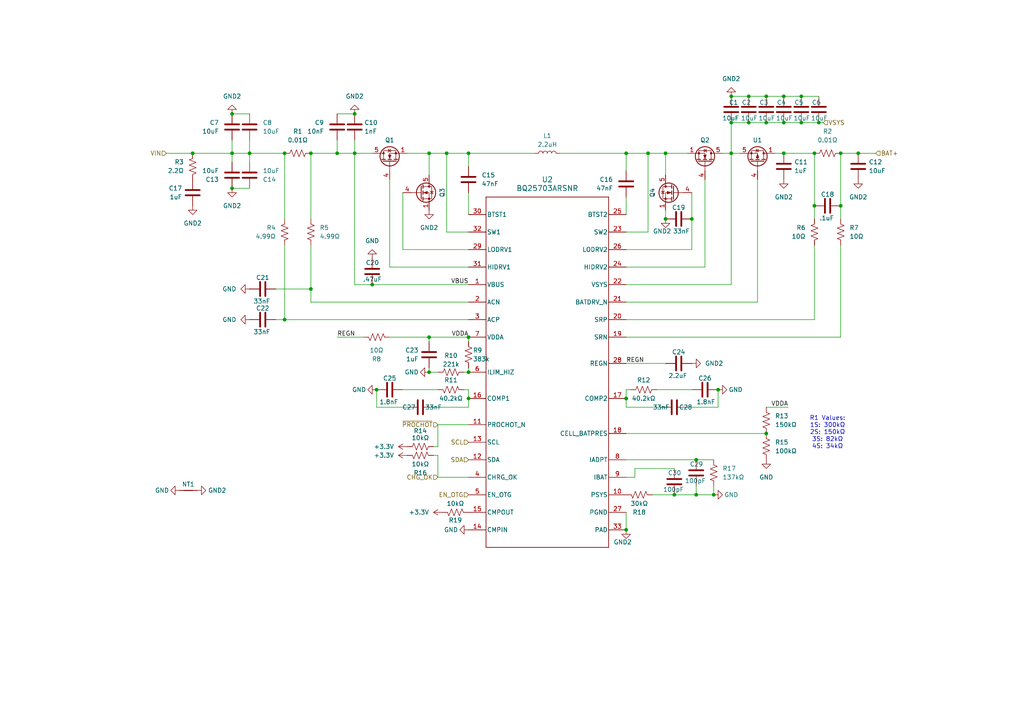
<source format=kicad_sch>
(kicad_sch (version 20231120) (generator "eeschema") (generator_version "8.0")
  (paper "A4")
  (lib_symbols
    (symbol "CM5IO:BQ25703ARSNR" (pin_names (offset 0.254))
      (property "Reference" "U" (at 0 2.54 0))
      (property "Value" "BQ25703ARSNR" (at 0 0 0))
      (symbol "BQ25703ARSNR_0_1"
        (polyline (pts (xy -17.78 -50.8) (xy 17.78 -50.8)) (stroke (width 0.2032)))
        (polyline (pts (xy -17.78 50.8) (xy -17.78 -50.8)) (stroke (width 0.2032)))
        (polyline (pts (xy 17.78 -50.8) (xy 17.78 50.8)) (stroke (width 0.2032)))
        (polyline (pts (xy 17.78 50.8) (xy -17.78 50.8)) (stroke (width 0.2032)))
        (pin power_in line (at -22.86 25.4 0) (length 5.08) (name "VBUS") (number "1"))
        (pin output line (at 22.86 -35.56 180) (length 5.08) (name "PSYS") (number "10"))
        (pin open_collector line (at -22.86 -15.24 0) (length 5.08) (name "PROCHOT_N") (number "11"))
        (pin bidirectional line (at -22.86 -25.4 0) (length 5.08) (name "SDA") (number "12"))
        (pin input line (at -22.86 -20.32 0) (length 5.08) (name "SCL") (number "13"))
        (pin input line (at -22.86 -45.72 0) (length 5.08) (name "CMPIN") (number "14"))
        (pin open_collector line (at -22.86 -40.64 0) (length 5.08) (name "CMPOUT") (number "15"))
        (pin input line (at -22.86 -7.62 0) (length 5.08) (name "COMP1") (number "16"))
        (pin input line (at 22.86 -7.62 180) (length 5.08) (name "COMP2") (number "17"))
        (pin input line (at 22.86 -17.78 180) (length 5.08) (name "CELL_BATPRES") (number "18"))
        (pin input line (at 22.86 10.16 180) (length 5.08) (name "SRN") (number "19"))
        (pin input line (at -22.86 20.32 0) (length 5.08) (name "ACN") (number "2"))
        (pin input line (at 22.86 15.24 180) (length 5.08) (name "SRP") (number "20"))
        (pin output line (at 22.86 20.32 180) (length 5.08) (name "BATDRV_N") (number "21"))
        (pin power_in line (at 22.86 25.4 180) (length 5.08) (name "VSYS") (number "22"))
        (pin power_in line (at 22.86 40.64 180) (length 5.08) (name "SW2") (number "23"))
        (pin output line (at 22.86 30.48 180) (length 5.08) (name "HIDRV2") (number "24"))
        (pin power_in line (at 22.86 45.72 180) (length 5.08) (name "BTST2") (number "25"))
        (pin output line (at 22.86 35.56 180) (length 5.08) (name "LODRV2") (number "26"))
        (pin power_in line (at 22.86 -40.64 180) (length 5.08) (name "PGND") (number "27"))
        (pin power_in line (at 22.86 2.54 180) (length 5.08) (name "REGN") (number "28"))
        (pin output line (at -22.86 35.56 0) (length 5.08) (name "LODRV1") (number "29"))
        (pin input line (at -22.86 15.24 0) (length 5.08) (name "ACP") (number "3"))
        (pin power_in line (at -22.86 45.72 0) (length 5.08) (name "BTST1") (number "30"))
        (pin output line (at -22.86 30.48 0) (length 5.08) (name "HIDRV1") (number "31"))
        (pin power_in line (at -22.86 40.64 0) (length 5.08) (name "SW1") (number "32"))
        (pin power_in line (at 22.86 -45.72 180) (length 5.08) (name "PAD") (number "33"))
        (pin open_collector line (at -22.86 -30.48 0) (length 5.08) (name "CHRG_OK") (number "4"))
        (pin input line (at -22.86 -35.56 0) (length 5.08) (name "EN_OTG") (number "5"))
        (pin input line (at -22.86 0 0) (length 5.08) (name "ILIM_HIZ") (number "6"))
        (pin power_in line (at -22.86 10.16 0) (length 5.08) (name "VDDA") (number "7"))
        (pin output line (at 22.86 -25.4 180) (length 5.08) (name "IADPT") (number "8"))
        (pin output line (at 22.86 -30.48 180) (length 5.08) (name "IBAT") (number "9"))
      )
    )
    (symbol "Device:C" (pin_numbers hide) (pin_names (offset 0.254))
      (property "Reference" "C" (at 0.635 2.54 0))
      (property "Value" "C" (at 0.635 -2.54 0))
      (symbol "C_0_1"
        (polyline (pts (xy -2.032 -0.762) (xy 2.032 -0.762)) (stroke (width 0.508)))
        (polyline (pts (xy -2.032 0.762) (xy 2.032 0.762)) (stroke (width 0.508)))
      )
      (symbol "C_1_1"
        (pin passive line (at 0 3.81 270) (length 2.794) (name "~") (number "1"))
        (pin passive line (at 0 -3.81 90) (length 2.794) (name "~") (number "2"))
      )
    )
    (symbol "Device:L" (pin_numbers hide) (pin_names (offset 1.016) hide)
      (property "Reference" "L" (at -1.27 0 90))
      (property "Value" "L" (at 1.905 0 90))
      (symbol "L_0_1"
        (arc (start 0 -2.54) (mid 0.6323 -1.905) (end 0 -1.27))
        (arc (start 0 -1.27) (mid 0.6323 -0.635) (end 0 0))
        (arc (start 0 0) (mid 0.6323 0.635) (end 0 1.27))
        (arc (start 0 1.27) (mid 0.6323 1.905) (end 0 2.54))
      )
      (symbol "L_1_1"
        (pin passive line (at 0 3.81 270) (length 1.27) (name "1") (number "1"))
        (pin passive line (at 0 -3.81 90) (length 1.27) (name "2") (number "2"))
      )
    )
    (symbol "Device:NetTie_2" (pin_numbers hide) (pin_names (offset 0) hide) (in_bom no)
      (property "Reference" "NT" (at 0 1.27 0))
      (property "Value" "NetTie_2" (at 0 -1.27 0))
      (symbol "NetTie_2_0_1"
        (polyline (pts (xy -1.27 0) (xy 1.27 0)) (stroke (width 0.254)))
      )
      (symbol "NetTie_2_1_1"
        (pin passive line (at -2.54 0 0) (length 2.54) (name "1") (number "1"))
        (pin passive line (at 2.54 0 180) (length 2.54) (name "2") (number "2"))
      )
    )
    (symbol "Device:R_US" (pin_numbers hide) (pin_names (offset 0))
      (property "Reference" "R" (at 2.54 0 90))
      (property "Value" "R_US" (at -2.54 0 90))
      (symbol "R_US_0_1"
        (polyline (pts (xy 0 -2.286) (xy 0 -2.54)))
        (polyline (pts (xy 0 2.286) (xy 0 2.54)))
        (polyline (pts (xy 0 -0.762) (xy 1.016 -1.143) (xy 0 -1.524) (xy -1.016 -1.905) (xy 0 -2.286)))
        (polyline (pts (xy 0 0.762) (xy 1.016 0.381) (xy 0 0) (xy -1.016 -0.381) (xy 0 -0.762)))
        (polyline (pts (xy 0 2.286) (xy 1.016 1.905) (xy 0 1.524) (xy -1.016 1.143) (xy 0 0.762)))
      )
      (symbol "R_US_1_1"
        (pin passive line (at 0 3.81 270) (length 1.27) (name "~") (number "1"))
        (pin passive line (at 0 -3.81 90) (length 1.27) (name "~") (number "2"))
      )
    )
    (symbol "Transistor_FET:CSD17577Q3A" (pin_names hide)
      (property "Reference" "Q" (at 5.08 1.905 0))
      (property "Value" "CSD17577Q3A" (at 5.08 0 0))
      (symbol "CSD17577Q3A_0_1"
        (polyline (pts (xy 0.254 0) (xy -2.54 0)))
        (polyline (pts (xy 0.254 1.905) (xy 0.254 -1.905)) (stroke (width 0.254)))
        (polyline (pts (xy 0.762 -1.27) (xy 0.762 -2.286)) (stroke (width 0.254)))
        (polyline (pts (xy 0.762 0.508) (xy 0.762 -0.508)) (stroke (width 0.254)))
        (polyline (pts (xy 0.762 2.286) (xy 0.762 1.27)) (stroke (width 0.254)))
        (polyline (pts (xy 2.54 2.54) (xy 2.54 1.778)))
        (polyline (pts (xy 2.54 -2.54) (xy 2.54 0) (xy 0.762 0)))
        (polyline (pts (xy 0.762 -1.778) (xy 3.302 -1.778) (xy 3.302 1.778) (xy 0.762 1.778)))
        (polyline (pts (xy 1.016 0) (xy 2.032 0.381) (xy 2.032 -0.381) (xy 1.016 0)) (fill (type outline)))
        (polyline (pts (xy 2.794 0.508) (xy 2.921 0.381) (xy 3.683 0.381) (xy 3.81 0.254)))
        (polyline (pts (xy 3.302 0.381) (xy 2.921 -0.254) (xy 3.683 -0.254) (xy 3.302 0.381)))
        (circle (center 1.651 0) (radius 2.794) (stroke (width 0.254)))
        (circle (center 2.54 -1.778) (radius 0.254) (fill (type outline)))
        (circle (center 2.54 1.778) (radius 0.254) (fill (type outline)))
      )
      (symbol "CSD17577Q3A_1_1"
        (pin passive line (at 2.54 -5.08 90) (length 2.54) (name "S") (number "1"))
        (pin passive line (at 2.54 -5.08 90) (length 2.54) hide (name "S") (number "2"))
        (pin passive line (at 2.54 -5.08 90) (length 2.54) hide (name "S") (number "3"))
        (pin passive line (at -5.08 0 0) (length 2.54) (name "G") (number "4"))
        (pin passive line (at 2.54 5.08 270) (length 2.54) (name "D") (number "5"))
      )
    )
    (symbol "Transistor_FET:CSD25402Q3A" (pin_names hide)
      (property "Reference" "U" (at 5.715 1.905 0))
      (property "Value" "CSD25402Q3A" (at 11.811 -0.127 0))
      (symbol "CSD25402Q3A_0_1"
        (polyline (pts (xy 0.254 0) (xy -2.54 0)))
        (polyline (pts (xy 0.254 1.905) (xy 0.254 -1.905)) (stroke (width 0.254)))
        (polyline (pts (xy 0.762 -1.27) (xy 0.762 -2.286)) (stroke (width 0.254)))
        (polyline (pts (xy 0.762 0.508) (xy 0.762 -0.508)) (stroke (width 0.254)))
        (polyline (pts (xy 0.762 2.286) (xy 0.762 1.27)) (stroke (width 0.254)))
        (polyline (pts (xy 2.54 2.54) (xy 2.54 1.778)))
        (polyline (pts (xy 2.54 -2.54) (xy 2.54 0) (xy 0.762 0)))
        (polyline (pts (xy 0.762 1.778) (xy 3.302 1.778) (xy 3.302 -1.778) (xy 0.762 -1.778)))
        (polyline (pts (xy 2.286 0) (xy 1.27 0.381) (xy 1.27 -0.381) (xy 2.286 0)) (fill (type outline)))
        (polyline (pts (xy 2.794 -0.508) (xy 2.921 -0.381) (xy 3.683 -0.381) (xy 3.81 -0.254)))
        (polyline (pts (xy 3.302 -0.381) (xy 2.921 0.254) (xy 3.683 0.254) (xy 3.302 -0.381)))
        (circle (center 1.651 0) (radius 2.794) (stroke (width 0.254)))
        (circle (center 2.54 -1.778) (radius 0.254) (fill (type outline)))
        (circle (center 2.54 1.778) (radius 0.254) (fill (type outline)))
      )
      (symbol "CSD25402Q3A_1_1"
        (pin passive line (at 2.54 5.08 270) (length 2.54) (name "D") (number "1"))
        (pin passive line (at 2.54 5.08 270) (length 2.54) hide (name "D") (number "2"))
        (pin passive line (at 2.54 5.08 270) (length 2.54) hide (name "D") (number "3"))
        (pin input line (at -5.08 0 0) (length 2.54) (name "G") (number "4"))
        (pin passive line (at 2.54 -5.08 90) (length 2.54) (name "S") (number "5"))
      )
    )
    (symbol "power:+3.3V" (power) (pin_numbers hide) (pin_names (offset 0) hide)
      (property "Value" "+3.3V" (at 0 3.556 0))
      (symbol "+3.3V_0_1"
        (polyline (pts (xy -0.762 1.27) (xy 0 2.54)))
        (polyline (pts (xy 0 0) (xy 0 2.54)))
        (polyline (pts (xy 0 2.54) (xy 0.762 1.27)))
      )
      (symbol "+3.3V_1_1"
        (pin power_in line (at 0 0 90) (length 0) (name "~") (number "1"))
      )
    )
    (symbol "power:GND" (power) (pin_numbers hide) (pin_names (offset 0) hide)
      (property "Value" "GND" (at 0 -3.81 0))
      (symbol "GND_0_1"
        (polyline (pts (xy 0 0) (xy 0 -1.27) (xy 1.27 -1.27) (xy 0 -2.54) (xy -1.27 -1.27) (xy 0 -1.27)))
      )
      (symbol "GND_1_1"
        (pin power_in line (at 0 0 270) (length 0) (name "~") (number "1"))
      )
    )
    (symbol "power:GND2" (power) (pin_numbers hide) (pin_names (offset 0) hide)
      (property "Value" "GND2" (at 0 -3.81 0))
      (symbol "GND2_0_1"
        (polyline (pts (xy 0 0) (xy 0 -1.27) (xy 1.27 -1.27) (xy 0 -2.54) (xy -1.27 -1.27) (xy 0 -1.27)))
      )
      (symbol "GND2_1_1"
        (pin power_in line (at 0 0 270) (length 0) (name "~") (number "1"))
      )
    )
  )
  (junction (at 201.93 133.35))
  (junction (at 187.96 44.45))
  (junction (at 102.87 44.45))
  (junction (at 222.25 125.73))
  (junction (at 222.25 35.56))
  (junction (at 82.55 92.71))
  (junction (at 217.17 35.56))
  (junction (at 124.46 107.95))
  (junction (at 67.31 44.45))
  (junction (at 102.87 33.02))
  (junction (at 55.88 44.45))
  (junction (at 193.04 63.5))
  (junction (at 212.09 35.56))
  (junction (at 207.01 143.51))
  (junction (at 90.17 83.82))
  (junction (at 217.17 27.94))
  (junction (at 236.22 59.69))
  (junction (at 212.09 27.94))
  (junction (at 193.04 44.45))
  (junction (at 135.89 44.45))
  (junction (at 227.33 44.45))
  (junction (at 243.84 44.45))
  (junction (at 181.61 44.45))
  (junction (at 181.61 153.67))
  (junction (at 129.54 44.45))
  (junction (at 135.89 115.57))
  (junction (at 208.28 113.03))
  (junction (at 212.09 44.45))
  (junction (at 236.22 44.45))
  (junction (at 201.93 143.51))
  (junction (at 200.66 63.5))
  (junction (at 237.49 35.56))
  (junction (at 232.41 27.94))
  (junction (at 232.41 35.56))
  (junction (at 109.22 113.03))
  (junction (at 227.33 35.56))
  (junction (at 243.84 59.69))
  (junction (at 97.79 44.45))
  (junction (at 195.58 143.51))
  (junction (at 67.31 33.02))
  (junction (at 107.95 82.55))
  (junction (at 135.89 97.79))
  (junction (at 67.31 54.61))
  (junction (at 72.39 44.45))
  (junction (at 181.61 115.57))
  (junction (at 135.89 107.95))
  (junction (at 248.92 44.45))
  (junction (at 222.25 27.94))
  (junction (at 124.46 44.45))
  (junction (at 82.55 44.45))
  (junction (at 90.17 44.45))
  (junction (at 227.33 27.94))
  (junction (at 124.46 97.79))
  (wire (pts (xy 67.31 33.02) (xy 72.39 33.02)))
  (wire (pts (xy 181.61 67.31) (xy 187.96 67.31)))
  (wire (pts (xy 200.66 113.03) (xy 190.5 113.03)))
  (wire (pts (xy 90.17 87.63) (xy 90.17 83.82)))
  (wire (pts (xy 102.87 40.64) (xy 102.87 44.45)))
  (wire (pts (xy 232.41 27.94) (xy 237.49 27.94)))
  (wire (pts (xy 184.15 135.89) (xy 195.58 135.89)))
  (wire (pts (xy 184.15 138.43) (xy 184.15 135.89)))
  (wire (pts (xy 90.17 44.45) (xy 97.79 44.45)))
  (wire (pts (xy 135.89 48.26) (xy 135.89 44.45)))
  (wire (pts (xy 127 132.08) (xy 127 138.43)))
  (wire (pts (xy 124.46 44.45) (xy 129.54 44.45)))
  (wire (pts (xy 181.61 148.59) (xy 181.61 153.67)))
  (wire (pts (xy 207.01 143.51) (xy 201.93 143.51)))
  (wire (pts (xy 135.89 67.31) (xy 129.54 67.31)))
  (wire (pts (xy 201.93 133.35) (xy 207.01 133.35)))
  (wire (pts (xy 195.58 143.51) (xy 201.93 143.51)))
  (wire (pts (xy 82.55 71.12) (xy 82.55 92.71)))
  (wire (pts (xy 97.79 40.64) (xy 97.79 44.45)))
  (wire (pts (xy 243.84 44.45) (xy 243.84 59.69)))
  (wire (pts (xy 72.39 46.99) (xy 72.39 44.45)))
  (wire (pts (xy 243.84 97.79) (xy 181.61 97.79)))
  (wire (pts (xy 212.09 82.55) (xy 212.09 44.45)))
  (wire (pts (xy 222.25 35.56) (xy 227.33 35.56)))
  (wire (pts (xy 67.31 44.45) (xy 72.39 44.45)))
  (wire (pts (xy 135.89 55.88) (xy 135.89 62.23)))
  (wire (pts (xy 189.23 143.51) (xy 195.58 143.51)))
  (wire (pts (xy 107.95 82.55) (xy 102.87 82.55)))
  (wire (pts (xy 204.47 77.47) (xy 181.61 77.47)))
  (wire (pts (xy 134.62 113.03) (xy 135.89 113.03)))
  (wire (pts (xy 200.66 55.88) (xy 200.66 63.5)))
  (wire (pts (xy 236.22 44.45) (xy 236.22 59.69)))
  (wire (pts (xy 135.89 113.03) (xy 135.89 115.57)))
  (wire (pts (xy 127 138.43) (xy 135.89 138.43)))
  (wire (pts (xy 193.04 44.45) (xy 193.04 50.8)))
  (wire (pts (xy 212.09 35.56) (xy 212.09 44.45)))
  (wire (pts (xy 125.73 129.54) (xy 127 129.54)))
  (wire (pts (xy 109.22 118.11) (xy 109.22 113.03)))
  (wire (pts (xy 193.04 44.45) (xy 187.96 44.45)))
  (wire (pts (xy 124.46 107.95) (xy 127 107.95)))
  (wire (pts (xy 236.22 59.69) (xy 236.22 63.5)))
  (wire (pts (xy 181.61 113.03) (xy 181.61 115.57)))
  (wire (pts (xy 116.84 72.39) (xy 135.89 72.39)))
  (wire (pts (xy 67.31 44.45) (xy 67.31 40.64)))
  (wire (pts (xy 181.61 82.55) (xy 212.09 82.55)))
  (wire (pts (xy 208.28 118.11) (xy 208.28 113.03)))
  (wire (pts (xy 243.84 59.69) (xy 243.84 63.5)))
  (wire (pts (xy 181.61 125.73) (xy 222.25 125.73)))
  (wire (pts (xy 181.61 44.45) (xy 162.56 44.45)))
  (wire (pts (xy 181.61 105.41) (xy 193.04 105.41)))
  (wire (pts (xy 181.61 133.35) (xy 201.93 133.35)))
  (wire (pts (xy 222.25 27.94) (xy 227.33 27.94)))
  (wire (pts (xy 127 129.54) (xy 127 123.19)))
  (wire (pts (xy 199.39 44.45) (xy 193.04 44.45)))
  (wire (pts (xy 236.22 44.45) (xy 227.33 44.45)))
  (wire (pts (xy 72.39 40.64) (xy 72.39 44.45)))
  (wire (pts (xy 97.79 33.02) (xy 102.87 33.02)))
  (wire (pts (xy 97.79 44.45) (xy 102.87 44.45)))
  (wire (pts (xy 181.61 44.45) (xy 187.96 44.45)))
  (wire (pts (xy 191.77 118.11) (xy 181.61 118.11)))
  (wire (pts (xy 116.84 113.03) (xy 127 113.03)))
  (wire (pts (xy 200.66 63.5) (xy 200.66 72.39)))
  (wire (pts (xy 135.89 107.95) (xy 135.89 106.68)))
  (wire (pts (xy 212.09 27.94) (xy 217.17 27.94)))
  (wire (pts (xy 129.54 44.45) (xy 129.54 67.31)))
  (wire (pts (xy 135.89 115.57) (xy 135.89 118.11)))
  (wire (pts (xy 182.88 113.03) (xy 181.61 113.03)))
  (wire (pts (xy 134.62 107.95) (xy 135.89 107.95)))
  (wire (pts (xy 107.95 82.55) (xy 135.89 82.55)))
  (wire (pts (xy 82.55 92.71) (xy 135.89 92.71)))
  (wire (pts (xy 129.54 44.45) (xy 135.89 44.45)))
  (wire (pts (xy 217.17 35.56) (xy 222.25 35.56)))
  (wire (pts (xy 80.01 92.71) (xy 82.55 92.71)))
  (wire (pts (xy 124.46 97.79) (xy 135.89 97.79)))
  (wire (pts (xy 228.6 118.11) (xy 222.25 118.11)))
  (wire (pts (xy 124.46 99.06) (xy 124.46 97.79)))
  (wire (pts (xy 125.73 132.08) (xy 127 132.08)))
  (wire (pts (xy 212.09 44.45) (xy 209.55 44.45)))
  (wire (pts (xy 227.33 27.94) (xy 232.41 27.94)))
  (wire (pts (xy 238.76 35.56) (xy 237.49 35.56)))
  (wire (pts (xy 90.17 44.45) (xy 90.17 63.5)))
  (wire (pts (xy 113.03 77.47) (xy 135.89 77.47)))
  (wire (pts (xy 248.92 44.45) (xy 254 44.45)))
  (wire (pts (xy 217.17 27.94) (xy 222.25 27.94)))
  (wire (pts (xy 181.61 57.15) (xy 181.61 62.23)))
  (wire (pts (xy 181.61 87.63) (xy 219.71 87.63)))
  (wire (pts (xy 207.01 140.97) (xy 207.01 143.51)))
  (wire (pts (xy 204.47 52.07) (xy 204.47 77.47)))
  (wire (pts (xy 199.39 118.11) (xy 208.28 118.11)))
  (wire (pts (xy 127 123.19) (xy 135.89 123.19)))
  (wire (pts (xy 243.84 71.12) (xy 243.84 97.79)))
  (wire (pts (xy 124.46 44.45) (xy 124.46 50.8)))
  (wire (pts (xy 187.96 44.45) (xy 187.96 67.31)))
  (wire (pts (xy 227.33 35.56) (xy 232.41 35.56)))
  (wire (pts (xy 113.03 52.07) (xy 113.03 77.47)))
  (wire (pts (xy 97.79 97.79) (xy 105.41 97.79)))
  (wire (pts (xy 113.03 97.79) (xy 124.46 97.79)))
  (wire (pts (xy 124.46 106.68) (xy 124.46 107.95)))
  (wire (pts (xy 67.31 44.45) (xy 67.31 46.99)))
  (wire (pts (xy 135.89 97.79) (xy 135.89 99.06)))
  (wire (pts (xy 102.87 44.45) (xy 107.95 44.45)))
  (wire (pts (xy 181.61 49.53) (xy 181.61 44.45)))
  (wire (pts (xy 200.66 72.39) (xy 181.61 72.39)))
  (wire (pts (xy 90.17 87.63) (xy 135.89 87.63)))
  (wire (pts (xy 219.71 87.63) (xy 219.71 52.07)))
  (wire (pts (xy 181.61 92.71) (xy 236.22 92.71)))
  (wire (pts (xy 224.79 44.45) (xy 227.33 44.45)))
  (wire (pts (xy 243.84 44.45) (xy 248.92 44.45)))
  (wire (pts (xy 236.22 71.12) (xy 236.22 92.71)))
  (wire (pts (xy 125.73 118.11) (xy 135.89 118.11)))
  (wire (pts (xy 72.39 44.45) (xy 82.55 44.45)))
  (wire (pts (xy 80.01 83.82) (xy 90.17 83.82)))
  (wire (pts (xy 135.89 44.45) (xy 154.94 44.45)))
  (wire (pts (xy 118.11 44.45) (xy 124.46 44.45)))
  (wire (pts (xy 67.31 54.61) (xy 72.39 54.61)))
  (wire (pts (xy 118.11 118.11) (xy 109.22 118.11)))
  (wire (pts (xy 181.61 115.57) (xy 181.61 118.11)))
  (wire (pts (xy 214.63 44.45) (xy 212.09 44.45)))
  (wire (pts (xy 90.17 83.82) (xy 90.17 71.12)))
  (wire (pts (xy 116.84 55.88) (xy 116.84 72.39)))
  (wire (pts (xy 55.88 44.45) (xy 67.31 44.45)))
  (wire (pts (xy 201.93 143.51) (xy 201.93 140.97)))
  (wire (pts (xy 193.04 63.5) (xy 193.04 60.96)))
  (wire (pts (xy 48.26 44.45) (xy 55.88 44.45)))
  (wire (pts (xy 82.55 44.45) (xy 82.55 63.5)))
  (wire (pts (xy 212.09 35.56) (xy 217.17 35.56)))
  (wire (pts (xy 232.41 35.56) (xy 237.49 35.56)))
  (wire (pts (xy 181.61 138.43) (xy 184.15 138.43)))
  (wire (pts (xy 102.87 82.55) (xy 102.87 44.45)))
  (text "R1 Values:\n1S: 300kΩ\n2S: 150kΩ\n3S: 82kΩ\n4S: 34kΩ" (at 240.03 125.476 0) (effects (font (size 1.27 1.27))))
  (label "VBUS" (at 135.89 82.55 180))
  (label "VDDA" (at 135.89 97.79 180))
  (label "VDDA" (at 228.6 118.11 180))
  (label "REGN" (at 97.79 97.79 0))
  (label "REGN" (at 181.61 105.41 0))
  (hierarchical_label "VSYS" (shape input) (at 238.76 35.56 0))
  (hierarchical_label "~{PROCHOT}" (shape input) (at 127 123.19 180))
  (hierarchical_label "BAT+" (shape input) (at 254 44.45 0))
  (hierarchical_label "SDA" (shape input) (at 135.89 133.35 180))
  (hierarchical_label "VIN" (shape input) (at 48.26 44.45 180))
  (hierarchical_label "CHG_OK" (shape input) (at 127 138.43 180))
  (hierarchical_label "EN_OTG" (shape input) (at 135.89 143.51 180))
  (hierarchical_label "SCL" (shape input) (at 135.89 128.27 180))
  (symbol (lib_id "Device:C") (at 196.85 63.5 90) (unit 1)
    (property "Reference" "C19" (at 196.85 60.198 90))
    (property "Value" "33nF" (at 197.612 67.056 90))
    (property "Footprint" "Capacitor_SMD:C_0402_1005Metric_Pad0.74x0.62mm_HandSolder" (effects (hide yes)))
    (property "Description" "Unpolarized capacitor" (effects (hide yes)))
    (instances (project "" (path "" (reference "C19") (unit 1))) (project "PiPortable" (path "" (reference "C52") (unit 1))))
  )
  (symbol (lib_id "Device:R_US") (at 185.42 143.51 90) (mirror x) (unit 1)
    (property "Reference" "R18" (at 185.42 148.59 90))
    (property "Value" "30kΩ" (at 185.42 146.05 90))
    (property "Footprint" "Resistor_SMD:R_0402_1005Metric_Pad0.72x0.64mm_HandSolder" (effects (hide yes)))
    (property "Description" "Resistor, US symbol" (effects (hide yes)))
    (instances (project "" (path "" (reference "R18") (unit 1))) (project "PiPortable" (path "" (reference "R59") (unit 1))))
  )
  (symbol (lib_id "power:GND2") (at 102.87 33.02 180) (unit 1)
    (property "Reference" "#PWR010" (effects (hide yes)))
    (property "Value" "GND2" (at 102.87 27.94 0))
    (property "Description" "Power symbol creates a global label with name \"GND2\" , ground" (effects (hide yes)))
    (instances (project "" (path "" (reference "#PWR010") (unit 1))) (project "PiPortable" (path "" (reference "#PWR0115") (unit 1))))
  )
  (symbol (lib_id "Device:C") (at 102.87 36.83 0) (unit 1)
    (property "Reference" "C10" (at 105.664 35.56 0) (effects (justify left)))
    (property "Value" "1nF" (at 105.664 38.1 0) (effects (justify left)))
    (property "Footprint" "Capacitor_SMD:C_0402_1005Metric_Pad0.74x0.62mm_HandSolder" (effects (hide yes)))
    (property "Description" "Unpolarized capacitor" (effects (hide yes)))
    (instances (project "" (path "" (reference "C10") (unit 1))) (project "PiPortable" (path "" (reference "C43") (unit 1))))
  )
  (symbol (lib_id "Device:R_US") (at 222.25 129.54 0) (unit 1)
    (property "Reference" "R15" (at 224.79 128.2699 0) (effects (justify left)))
    (property "Value" "100kΩ" (at 224.79 130.8099 0) (effects (justify left)))
    (property "Footprint" "Resistor_SMD:R_0402_1005Metric_Pad0.72x0.64mm_HandSolder" (effects (hide yes)))
    (property "Description" "Resistor, US symbol" (effects (hide yes)))
    (instances (project "" (path "" (reference "R15") (unit 1))) (project "PiPortable" (path "" (reference "R56") (unit 1))))
  )
  (symbol (lib_id "Device:R_US") (at 186.69 113.03 270) (unit 1)
    (property "Reference" "R12" (at 186.69 110.236 90))
    (property "Value" "40.2kΩ" (at 186.69 115.57 90))
    (property "Footprint" "Resistor_SMD:R_0402_1005Metric_Pad0.72x0.64mm_HandSolder" (effects (hide yes)))
    (property "Description" "Resistor, US symbol" (effects (hide yes)))
    (instances (project "" (path "" (reference "R12") (unit 1))) (project "PiPortable" (path "" (reference "R53") (unit 1))))
  )
  (symbol (lib_id "Device:NetTie_2") (at 54.61 142.24 0) (unit 1) (in_bom no)
    (property "Reference" "NT1" (at 54.61 140.462 0))
    (property "Value" "NetTie_2" (effects (hide yes)))
    (property "Footprint" "NetTie:NetTie-2_SMD_Pad2.0mm" (effects (hide yes)))
    (property "Description" "Net tie, 2 pins" (effects (hide yes)))
    (instances (project "" (path "" (reference "NT1") (unit 1))) (project "PiPortable" (path "" (reference "NT2") (unit 1))))
  )
  (symbol (lib_id "Device:C") (at 232.41 31.75 0) (unit 1)
    (property "Reference" "C5" (at 230.378 29.718 0) (effects (justify left)))
    (property "Value" "10uF" (at 230.124 34.29 0) (effects (justify left)))
    (property "Footprint" "Capacitor_SMD:C_0402_1005Metric_Pad0.74x0.62mm_HandSolder" (effects (hide yes)))
    (property "Description" "Unpolarized capacitor" (effects (hide yes)))
    (instances (project "" (path "" (reference "C5") (unit 1))) (project "PiPortable" (path "" (reference "C38") (unit 1))))
  )
  (symbol (lib_id "power:GND") (at 208.28 113.03 90) (mirror x) (unit 1)
    (property "Reference" "#PWR023" (effects (hide yes)))
    (property "Value" "GND" (at 213.36 113.03 90))
    (property "Description" "Power symbol creates a global label with name \"GND\" , ground" (effects (hide yes)))
    (instances (project "" (path "" (reference "#PWR023") (unit 1))) (project "PiPortable" (path "" (reference "#PWR0128") (unit 1))))
  )
  (symbol (lib_id "Device:R_US") (at 109.22 97.79 90) (mirror x) (unit 1)
    (property "Reference" "R8" (at 109.22 104.14 90))
    (property "Value" "10Ω" (at 109.22 101.6 90))
    (property "Footprint" "Resistor_SMD:R_0402_1005Metric_Pad0.72x0.64mm_HandSolder" (effects (hide yes)))
    (property "Description" "Resistor, US symbol" (effects (hide yes)))
    (instances (project "" (path "" (reference "R8") (unit 1))) (project "PiPortable" (path "" (reference "R49") (unit 1))))
  )
  (symbol (lib_id "Device:R_US") (at 121.92 132.08 90) (mirror x) (unit 1)
    (property "Reference" "R16" (at 121.92 137.16 90))
    (property "Value" "10kΩ" (at 121.92 134.62 90))
    (property "Footprint" "Resistor_SMD:R_0402_1005Metric_Pad0.72x0.64mm_HandSolder" (effects (hide yes)))
    (property "Description" "Resistor, US symbol" (effects (hide yes)))
    (instances (project "" (path "" (reference "R16") (unit 1))) (project "PiPortable" (path "" (reference "R57") (unit 1))))
  )
  (symbol (lib_id "Device:R_US") (at 135.89 102.87 0) (unit 1)
    (property "Reference" "R9" (at 137.16 101.6 0) (effects (justify left)))
    (property "Value" "383k" (at 137.16 104.14 0) (effects (justify left)))
    (property "Footprint" "Resistor_SMD:R_0402_1005Metric_Pad0.72x0.64mm_HandSolder" (effects (hide yes)))
    (property "Description" "Resistor, US symbol" (effects (hide yes)))
    (instances (project "" (path "" (reference "R9") (unit 1))) (project "PiPortable" (path "" (reference "R50") (unit 1))))
  )
  (symbol (lib_id "Device:C") (at 67.31 36.83 0) (mirror y) (unit 1)
    (property "Reference" "C7" (at 63.5 35.5599 0) (effects (justify left)))
    (property "Value" "10uF" (at 63.5 38.0999 0) (effects (justify left)))
    (property "Footprint" "Capacitor_SMD:C_0603_1608Metric_Pad1.08x0.95mm_HandSolder" (effects (hide yes)))
    (property "Description" "Unpolarized capacitor" (effects (hide yes)))
    (instances (project "" (path "" (reference "C7") (unit 1))) (project "PiPortable" (path "" (reference "C40") (unit 1))))
  )
  (symbol (lib_id "Device:C") (at 196.85 105.41 90) (unit 1)
    (property "Reference" "C24" (at 196.85 102.108 90))
    (property "Value" "2.2uF" (at 196.596 108.966 90))
    (property "Footprint" "Capacitor_SMD:C_0603_1608Metric_Pad1.08x0.95mm_HandSolder" (effects (hide yes)))
    (property "Description" "Unpolarized capacitor" (effects (hide yes)))
    (instances (project "" (path "" (reference "C24") (unit 1))) (project "PiPortable" (path "" (reference "C57") (unit 1))))
  )
  (symbol (lib_id "power:GND2") (at 67.31 54.61 0) (mirror y) (unit 1)
    (property "Reference" "#PWR013" (effects (hide yes)))
    (property "Value" "GND2" (at 67.31 59.69 0))
    (property "Description" "Power symbol creates a global label with name \"GND2\" , ground" (effects (hide yes)))
    (instances (project "" (path "" (reference "#PWR013") (unit 1))) (project "PiPortable" (path "" (reference "#PWR0118") (unit 1))))
  )
  (symbol (lib_id "power:GND") (at 72.39 92.71 270) (unit 1)
    (property "Reference" "#PWR019" (effects (hide yes)))
    (property "Value" "GND" (at 68.58 92.7099 90) (effects (justify right)))
    (property "Description" "Power symbol creates a global label with name \"GND\" , ground" (effects (hide yes)))
    (instances (project "" (path "" (reference "#PWR019") (unit 1))) (project "PiPortable" (path "" (reference "#PWR0124") (unit 1))))
  )
  (symbol (lib_id "Transistor_FET:CSD17577Q3A") (at 195.58 55.88 0) (mirror y) (unit 1)
    (property "Reference" "Q4" (at 189.23 55.88 90))
    (property "Value" "CSD17577Q3A" (effects (hide yes)))
    (property "Footprint" "Package_SON:VSON-8_3.3x3.3mm_P0.65mm_NexFET" (effects (hide yes)))
    (property "Datasheet" "https://www.ti.com/lit/ds/symlink/csd17577q3a.pdf" (effects (hide yes)))
    (property "Description" "35A Id, 30V Vds, NexFET N-Channel Power MOSFET, 4.0mOhm Ron, Qg Typ 12nC, VSON-8 3.3x3.3mm" (effects (hide yes)))
    (instances (project "" (path "" (reference "Q4") (unit 1))) (project "PiPortable" (path "" (reference "Q8") (unit 1))))
  )
  (symbol (lib_id "power:GND") (at 52.07 142.24 270) (unit 1)
    (property "Reference" "#PWR027" (effects (hide yes)))
    (property "Value" "GND" (at 46.99 142.24 90))
    (property "Description" "Power symbol creates a global label with name \"GND\" , ground" (effects (hide yes)))
    (instances (project "" (path "" (reference "#PWR027") (unit 1))) (project "PiPortable" (path "" (reference "#PWR0132") (unit 1))))
  )
  (symbol (lib_id "power:GND") (at 107.95 74.93 180) (unit 1)
    (property "Reference" "#PWR017" (effects (hide yes)))
    (property "Value" "GND" (at 107.95 69.85 0))
    (property "Description" "Power symbol creates a global label with name \"GND\" , ground" (effects (hide yes)))
    (instances (project "" (path "" (reference "#PWR017") (unit 1))) (project "PiPortable" (path "" (reference "#PWR0122") (unit 1))))
  )
  (symbol (lib_id "Device:C") (at 204.47 113.03 270) (mirror x) (unit 1)
    (property "Reference" "C26" (at 204.47 109.728 90))
    (property "Value" "1.8nF" (at 204.724 116.586 90))
    (property "Footprint" "Capacitor_SMD:C_0402_1005Metric_Pad0.74x0.62mm_HandSolder" (effects (hide yes)))
    (property "Description" "Unpolarized capacitor" (effects (hide yes)))
    (instances (project "" (path "" (reference "C26") (unit 1))) (project "PiPortable" (path "" (reference "C59") (unit 1))))
  )
  (symbol (lib_id "power:GND2") (at 124.46 60.96 0) (unit 1)
    (property "Reference" "#PWR015" (effects (hide yes)))
    (property "Value" "GND2" (at 124.46 66.04 0))
    (property "Description" "Power symbol creates a global label with name \"GND2\" , ground" (effects (hide yes)))
    (instances (project "" (path "" (reference "#PWR015") (unit 1))) (project "PiPortable" (path "" (reference "#PWR0120") (unit 1))))
  )
  (symbol (lib_id "Device:C") (at 195.58 139.7 0) (mirror y) (unit 1)
    (property "Reference" "C30" (at 197.612 137.16 0) (effects (justify left)))
    (property "Value" "100pF" (at 198.374 141.986 0) (effects (justify left)))
    (property "Footprint" "Capacitor_SMD:C_0402_1005Metric_Pad0.74x0.62mm_HandSolder" (effects (hide yes)))
    (property "Description" "Unpolarized capacitor" (effects (hide yes)))
    (instances (project "" (path "" (reference "C30") (unit 1))) (project "PiPortable" (path "" (reference "C63") (unit 1))))
  )
  (symbol (lib_id "Device:C") (at 181.61 53.34 0) (mirror y) (unit 1)
    (property "Reference" "C16" (at 177.8 52.0699 0) (effects (justify left)))
    (property "Value" "47nF" (at 177.8 54.6099 0) (effects (justify left)))
    (property "Footprint" "Capacitor_SMD:C_0402_1005Metric_Pad0.74x0.62mm_HandSolder" (effects (hide yes)))
    (property "Description" "Unpolarized capacitor" (effects (hide yes)))
    (instances (project "" (path "" (reference "C16") (unit 1))) (project "PiPortable" (path "" (reference "C49") (unit 1))))
  )
  (symbol (lib_id "CM5IO:BQ25703ARSNR") (at 158.75 107.95 0) (unit 1)
    (property "Reference" "U2" (at 158.75 52.07 0) (effects (font (size 1.524 1.524))))
    (property "Value" "BQ25703ARSNR" (at 158.75 54.61 0) (effects (font (size 1.524 1.524))))
    (property "Footprint" "CM5IO:RSN0032B" (effects (hide yes)))
    (property "Datasheet" "BQ25703ARSNR" (effects (hide yes)))
    (instances (project "" (path "" (reference "U2") (unit 1))) (project "" (path "" (reference "U18") (unit 1))))
  )
  (symbol (lib_id "Device:C") (at 217.17 31.75 0) (unit 1)
    (property "Reference" "C2" (at 215.138 29.718 0) (effects (justify left)))
    (property "Value" "10uF" (at 214.884 34.29 0) (effects (justify left)))
    (property "Footprint" "Capacitor_SMD:C_0603_1608Metric_Pad1.08x0.95mm_HandSolder" (effects (hide yes)))
    (property "Description" "Unpolarized capacitor" (effects (hide yes)))
    (instances (project "" (path "" (reference "C2") (unit 1))) (project "PiPortable" (path "" (reference "C35") (unit 1))))
  )
  (symbol (lib_id "Device:C") (at 97.79 36.83 0) (mirror y) (unit 1)
    (property "Reference" "C9" (at 93.98 35.5599 0) (effects (justify left)))
    (property "Value" "10nF" (at 93.98 38.0999 0) (effects (justify left)))
    (property "Footprint" "Capacitor_SMD:C_0402_1005Metric_Pad0.74x0.62mm_HandSolder" (effects (hide yes)))
    (property "Description" "Unpolarized capacitor" (effects (hide yes)))
    (instances (project "" (path "" (reference "C9") (unit 1))) (project "PiPortable" (path "" (reference "C42") (unit 1))))
  )
  (symbol (lib_id "power:GND2") (at 212.09 27.94 180) (unit 1)
    (property "Reference" "#PWR08" (effects (hide yes)))
    (property "Value" "GND2" (at 212.09 22.86 0))
    (property "Description" "Power symbol creates a global label with name \"GND2\" , ground" (effects (hide yes)))
    (instances (project "" (path "" (reference "#PWR08") (unit 1))) (project "PiPortable" (path "" (reference "#PWR0113") (unit 1))))
  )
  (symbol (lib_id "Device:R_US") (at 240.03 44.45 90) (unit 1)
    (property "Reference" "R2" (at 240.03 38.1 90))
    (property "Value" "0.01Ω" (at 240.03 40.64 90))
    (property "Footprint" "Resistor_SMD:R_0805_2012Metric_Pad1.20x1.40mm_HandSolder" (effects (hide yes)))
    (property "Description" "Resistor, US symbol" (effects (hide yes)))
    (instances (project "" (path "" (reference "R2") (unit 1))) (project "PiPortable" (path "" (reference "R43") (unit 1))))
  )
  (symbol (lib_id "Device:R_US") (at 86.36 44.45 90) (unit 1)
    (property "Reference" "R1" (at 86.36 38.1 90))
    (property "Value" "0.01Ω" (at 86.36 40.64 90))
    (property "Footprint" "Resistor_SMD:R_0805_2012Metric_Pad1.20x1.40mm_HandSolder" (effects (hide yes)))
    (property "Description" "Resistor, US symbol" (effects (hide yes)))
    (instances (project "" (path "" (reference "R1") (unit 1))) (project "" (path "" (reference "R42") (unit 1))))
  )
  (symbol (lib_id "Device:R_US") (at 243.84 67.31 0) (unit 1)
    (property "Reference" "R7" (at 246.38 66.0399 0) (effects (justify left)))
    (property "Value" "10Ω" (at 246.38 68.5799 0) (effects (justify left)))
    (property "Footprint" "Resistor_SMD:R_0402_1005Metric_Pad0.72x0.64mm_HandSolder" (effects (hide yes)))
    (property "Description" "Resistor, US symbol" (effects (hide yes)))
    (instances (project "" (path "" (reference "R7") (unit 1))) (project "PiPortable" (path "" (reference "R48") (unit 1))))
  )
  (symbol (lib_id "Device:C") (at 72.39 36.83 0) (unit 1)
    (property "Reference" "C8" (at 76.2 35.5599 0) (effects (justify left)))
    (property "Value" "10uF" (at 76.2 38.0999 0) (effects (justify left)))
    (property "Footprint" "Capacitor_SMD:C_0603_1608Metric_Pad1.08x0.95mm_HandSolder" (effects (hide yes)))
    (property "Description" "Unpolarized capacitor" (effects (hide yes)))
    (instances (project "" (path "" (reference "C8") (unit 1))) (project "PiPortable" (path "" (reference "C41") (unit 1))))
  )
  (symbol (lib_id "Device:C") (at 76.2 92.71 90) (unit 1)
    (property "Reference" "C22" (at 76.2 89.408 90))
    (property "Value" "33nF" (at 75.946 96.266 90))
    (property "Footprint" "Capacitor_SMD:C_0402_1005Metric_Pad0.74x0.62mm_HandSolder" (effects (hide yes)))
    (property "Description" "Unpolarized capacitor" (effects (hide yes)))
    (instances (project "" (path "" (reference "C22") (unit 1))) (project "" (path "" (reference "C55") (unit 1))))
  )
  (symbol (lib_id "Device:R_US") (at 222.25 121.92 0) (unit 1)
    (property "Reference" "R13" (at 224.79 120.6499 0) (effects (justify left)))
    (property "Value" "150kΩ" (at 224.79 123.1899 0) (effects (justify left)))
    (property "Footprint" "Resistor_SMD:R_0402_1005Metric_Pad0.72x0.64mm_HandSolder" (effects (hide yes)))
    (property "Description" "Resistor, US symbol" (effects (hide yes)))
    (instances (project "" (path "" (reference "R13") (unit 1))) (project "PiPortable" (path "" (reference "R54") (unit 1))))
  )
  (symbol (lib_id "Device:L") (at 158.75 44.45 90) (unit 1)
    (property "Reference" "L1" (at 158.75 39.37 90))
    (property "Value" "2.2uH" (at 158.75 41.91 90))
    (property "Footprint" "Inductor_SMD:L_Coilcraft_XAL7030-222" (effects (hide yes)))
    (property "Description" "Inductor" (effects (hide yes)))
    (instances (project "" (path "" (reference "L1") (unit 1))) (project "PiPortable" (path "" (reference "L3") (unit 1))))
  )
  (symbol (lib_id "Device:C") (at 248.92 48.26 0) (mirror y) (unit 1)
    (property "Reference" "C12" (at 251.968 46.99 0) (effects (justify right)))
    (property "Value" "10uF" (at 251.968 49.53 0) (effects (justify right)))
    (property "Footprint" "Capacitor_SMD:C_0603_1608Metric_Pad1.08x0.95mm_HandSolder" (effects (hide yes)))
    (property "Description" "Unpolarized capacitor" (effects (hide yes)))
    (instances (project "" (path "" (reference "C12") (unit 1))) (project "PiPortable" (path "" (reference "C45") (unit 1))))
  )
  (symbol (lib_id "Device:R_US") (at 90.17 67.31 0) (unit 1)
    (property "Reference" "R5" (at 92.71 66.0399 0) (effects (justify left)))
    (property "Value" "4.99Ω" (at 92.71 68.5799 0) (effects (justify left)))
    (property "Footprint" "Resistor_SMD:R_0402_1005Metric_Pad0.72x0.64mm_HandSolder" (effects (hide yes)))
    (property "Description" "Resistor, US symbol" (effects (hide yes)))
    (instances (project "" (path "" (reference "R5") (unit 1))) (project "" (path "" (reference "R46") (unit 1))))
  )
  (symbol (lib_id "power:GND") (at 72.39 83.82 270) (unit 1)
    (property "Reference" "#PWR018" (effects (hide yes)))
    (property "Value" "GND" (at 68.58 83.8199 90) (effects (justify right)))
    (property "Description" "Power symbol creates a global label with name \"GND\" , ground" (effects (hide yes)))
    (instances (project "" (path "" (reference "#PWR018") (unit 1))) (project "PiPortable" (path "" (reference "#PWR0123") (unit 1))))
  )
  (symbol (lib_id "power:+3.3V") (at 128.27 148.59 90) (unit 1)
    (property "Reference" "#PWR030" (effects (hide yes)))
    (property "Value" "+3.3V" (at 124.46 148.5899 90) (effects (justify left)))
    (property "Description" "Power symbol creates a global label with name \"+3.3V\"" (effects (hide yes)))
    (instances (project "" (path "" (reference "#PWR030") (unit 1))) (project "PiPortable" (path "" (reference "#PWR0135") (unit 1))))
  )
  (symbol (lib_id "power:GND2") (at 181.61 153.67 0) (mirror y) (unit 1)
    (property "Reference" "#PWR032" (effects (hide yes)))
    (property "Value" "GND2" (at 180.594 157.226 0))
    (property "Description" "Power symbol creates a global label with name \"GND2\" , ground" (effects (hide yes)))
    (instances (project "" (path "" (reference "#PWR032") (unit 1))) (project "PiPortable" (path "" (reference "#PWR0137") (unit 1))))
  )
  (symbol (lib_id "Transistor_FET:CSD17577Q3A") (at 121.92 55.88 0) (unit 1)
    (property "Reference" "Q3" (at 128.27 55.88 90))
    (property "Value" "CSD17577Q3A" (effects (hide yes)))
    (property "Footprint" "Package_SON:VSON-8_3.3x3.3mm_P0.65mm_NexFET" (effects (hide yes)))
    (property "Datasheet" "https://www.ti.com/lit/ds/symlink/csd17577q3a.pdf" (effects (hide yes)))
    (property "Description" "35A Id, 30V Vds, NexFET N-Channel Power MOSFET, 4.0mOhm Ron, Qg Typ 12nC, VSON-8 3.3x3.3mm" (effects (hide yes)))
    (instances (project "" (path "" (reference "Q3") (unit 1))) (project "PiPortable" (path "" (reference "Q7") (unit 1))))
  )
  (symbol (lib_id "Device:C") (at 201.93 137.16 0) (mirror y) (unit 1)
    (property "Reference" "C29" (at 203.962 134.62 0) (effects (justify left)))
    (property "Value" "100pF" (at 204.724 139.446 0) (effects (justify left)))
    (property "Footprint" "Capacitor_SMD:C_0402_1005Metric_Pad0.74x0.62mm_HandSolder" (effects (hide yes)))
    (property "Description" "Unpolarized capacitor" (effects (hide yes)))
    (instances (project "" (path "" (reference "C29") (unit 1))) (project "PiPortable" (path "" (reference "C62") (unit 1))))
  )
  (symbol (lib_id "Transistor_FET:CSD17577Q3A") (at 113.03 46.99 90) (unit 1)
    (property "Reference" "Q1" (at 113.03 40.64 90))
    (property "Value" "CSD17577Q3A" (effects (hide yes)))
    (property "Footprint" "Package_SON:VSON-8_3.3x3.3mm_P0.65mm_NexFET" (effects (hide yes)))
    (property "Datasheet" "https://www.ti.com/lit/ds/symlink/csd17577q3a.pdf" (effects (hide yes)))
    (property "Description" "35A Id, 30V Vds, NexFET N-Channel Power MOSFET, 4.0mOhm Ron, Qg Typ 12nC, VSON-8 3.3x3.3mm" (effects (hide yes)))
    (instances (project "" (path "" (reference "Q1") (unit 1))) (project "PiPortable" (path "" (reference "Q5") (unit 1))))
  )
  (symbol (lib_id "power:GND2") (at 200.66 105.41 90) (mirror x) (unit 1)
    (property "Reference" "#PWR020" (effects (hide yes)))
    (property "Value" "GND2" (at 204.47 105.4099 90) (effects (justify right)))
    (property "Description" "Power symbol creates a global label with name \"GND2\" , ground" (effects (hide yes)))
    (instances (project "" (path "" (reference "#PWR020") (unit 1))) (project "PiPortable" (path "" (reference "#PWR0125") (unit 1))))
  )
  (symbol (lib_id "Device:C") (at 124.46 102.87 0) (unit 1)
    (property "Reference" "C23" (at 121.412 101.6 0) (effects (justify right)))
    (property "Value" "1uF" (at 121.412 104.14 0) (effects (justify right)))
    (property "Footprint" "Capacitor_SMD:C_0402_1005Metric_Pad0.74x0.62mm_HandSolder" (effects (hide yes)))
    (property "Description" "Unpolarized capacitor" (effects (hide yes)))
    (instances (project "" (path "" (reference "C23") (unit 1))) (project "PiPortable" (path "" (reference "C56") (unit 1))))
  )
  (symbol (lib_id "Device:C") (at 195.58 118.11 270) (mirror x) (unit 1)
    (property "Reference" "C28" (at 198.882 118.11 90))
    (property "Value" "33nF" (at 191.77 118.11 90))
    (property "Footprint" "Capacitor_SMD:C_0402_1005Metric_Pad0.74x0.62mm_HandSolder" (effects (hide yes)))
    (property "Description" "Unpolarized capacitor" (effects (hide yes)))
    (instances (project "" (path "" (reference "C28") (unit 1))) (project "PiPortable" (path "" (reference "C61") (unit 1))))
  )
  (symbol (lib_id "Device:R_US") (at 130.81 107.95 90) (unit 1)
    (property "Reference" "R10" (at 130.81 103.124 90))
    (property "Value" "221k" (at 130.81 105.664 90))
    (property "Footprint" "Resistor_SMD:R_0402_1005Metric_Pad0.72x0.64mm_HandSolder" (effects (hide yes)))
    (property "Description" "Resistor, US symbol" (effects (hide yes)))
    (instances (project "" (path "" (reference "R10") (unit 1))) (project "PiPortable" (path "" (reference "R51") (unit 1))))
  )
  (symbol (lib_id "Device:R_US") (at 207.01 137.16 0) (unit 1)
    (property "Reference" "R17" (at 209.55 135.8899 0) (effects (justify left)))
    (property "Value" "137kΩ" (at 209.55 138.4299 0) (effects (justify left)))
    (property "Footprint" "Resistor_SMD:R_0402_1005Metric_Pad0.72x0.64mm_HandSolder" (effects (hide yes)))
    (property "Description" "Resistor, US symbol" (effects (hide yes)))
    (instances (project "" (path "" (reference "R17") (unit 1))) (project "PiPortable" (path "" (reference "R58") (unit 1))))
  )
  (symbol (lib_id "power:+3.3V") (at 118.11 132.08 90) (unit 1)
    (property "Reference" "#PWR025" (effects (hide yes)))
    (property "Value" "+3.3V" (at 114.3 132.0799 90) (effects (justify left)))
    (property "Description" "Power symbol creates a global label with name \"+3.3V\"" (effects (hide yes)))
    (instances (project "" (path "" (reference "#PWR025") (unit 1))) (project "PiPortable" (path "" (reference "#PWR0130") (unit 1))))
  )
  (symbol (lib_id "Device:R_US") (at 132.08 148.59 90) (mirror x) (unit 1)
    (property "Reference" "R19" (at 132.08 150.876 90))
    (property "Value" "10kΩ" (at 132.08 146.05 90))
    (property "Footprint" "Resistor_SMD:R_0402_1005Metric_Pad0.72x0.64mm_HandSolder" (effects (hide yes)))
    (property "Description" "Resistor, US symbol" (effects (hide yes)))
    (instances (project "" (path "" (reference "R19") (unit 1))) (project "PiPortable" (path "" (reference "R60") (unit 1))))
  )
  (symbol (lib_id "Device:C") (at 55.88 55.88 0) (unit 1)
    (property "Reference" "C17" (at 52.832 54.61 0) (effects (justify right)))
    (property "Value" "1uF" (at 52.832 57.15 0) (effects (justify right)))
    (property "Footprint" "Capacitor_SMD:C_0402_1005Metric_Pad0.74x0.62mm_HandSolder" (effects (hide yes)))
    (property "Description" "Unpolarized capacitor" (effects (hide yes)))
    (instances (project "" (path "" (reference "C17") (unit 1))) (project "" (path "" (reference "C50") (unit 1))))
  )
  (symbol (lib_id "Device:R_US") (at 55.88 48.26 0) (mirror y) (unit 1)
    (property "Reference" "R3" (at 53.34 46.9899 0) (effects (justify left)))
    (property "Value" "2.2Ω" (at 53.34 49.5299 0) (effects (justify left)))
    (property "Footprint" "Resistor_SMD:R_0402_1005Metric_Pad0.72x0.64mm_HandSolder" (effects (hide yes)))
    (property "Description" "Resistor, US symbol" (effects (hide yes)))
    (instances (project "" (path "" (reference "R3") (unit 1))) (project "PiPortable" (path "" (reference "R44") (unit 1))))
  )
  (symbol (lib_id "power:GND2") (at 57.15 142.24 90) (mirror x) (unit 1)
    (property "Reference" "#PWR028" (effects (hide yes)))
    (property "Value" "GND2" (at 62.992 142.24 90))
    (property "Description" "Power symbol creates a global label with name \"GND2\" , ground" (effects (hide yes)))
    (instances (project "" (path "" (reference "#PWR028") (unit 1))) (project "PiPortable" (path "" (reference "#PWR0133") (unit 1))))
  )
  (symbol (lib_id "power:GND") (at 222.25 133.35 0) (mirror y) (unit 1)
    (property "Reference" "#PWR026" (effects (hide yes)))
    (property "Value" "GND" (at 222.25 138.43 0))
    (property "Description" "Power symbol creates a global label with name \"GND\" , ground" (effects (hide yes)))
    (instances (project "" (path "" (reference "#PWR026") (unit 1))) (project "PiPortable" (path "" (reference "#PWR0131") (unit 1))))
  )
  (symbol (lib_id "power:GND") (at 124.46 107.95 270) (unit 1)
    (property "Reference" "#PWR021" (effects (hide yes)))
    (property "Value" "GND" (at 119.38 107.95 90))
    (property "Description" "Power symbol creates a global label with name \"GND\" , ground" (effects (hide yes)))
    (instances (project "" (path "" (reference "#PWR021") (unit 1))) (project "PiPortable" (path "" (reference "#PWR0126") (unit 1))))
  )
  (symbol (lib_id "Device:C") (at 212.09 31.75 0) (mirror y) (unit 1)
    (property "Reference" "C1" (at 214.122 29.718 0) (effects (justify left)))
    (property "Value" "10uF" (at 214.376 34.29 0) (effects (justify left)))
    (property "Footprint" "Capacitor_SMD:C_0603_1608Metric_Pad1.08x0.95mm_HandSolder" (effects (hide yes)))
    (property "Description" "Unpolarized capacitor" (effects (hide yes)))
    (instances (project "" (path "" (reference "C1") (unit 1))) (project "PiPortable" (path "" (reference "C34") (unit 1))))
  )
  (symbol (lib_id "power:GND2") (at 193.04 63.5 0) (mirror y) (unit 1)
    (property "Reference" "#PWR016" (effects (hide yes)))
    (property "Value" "GND2" (at 192.024 67.056 0))
    (property "Description" "Power symbol creates a global label with name \"GND2\" , ground" (effects (hide yes)))
    (instances (project "" (path "" (reference "#PWR016") (unit 1))) (project "PiPortable" (path "" (reference "#PWR0121") (unit 1))))
  )
  (symbol (lib_id "Device:C") (at 227.33 48.26 0) (mirror y) (unit 1)
    (property "Reference" "C11" (at 230.378 46.99 0) (effects (justify right)))
    (property "Value" "1uF" (at 230.378 49.53 0) (effects (justify right)))
    (property "Footprint" "Capacitor_SMD:C_0603_1608Metric_Pad1.08x0.95mm_HandSolder" (effects (hide yes)))
    (property "Description" "Unpolarized capacitor" (effects (hide yes)))
    (instances (project "" (path "" (reference "C11") (unit 1))) (project "PiPortable" (path "" (reference "C44") (unit 1))))
  )
  (symbol (lib_id "Device:C") (at 237.49 31.75 0) (unit 1)
    (property "Reference" "C6" (at 235.458 29.718 0) (effects (justify left)))
    (property "Value" "10uF" (at 235.204 34.29 0) (effects (justify left)))
    (property "Footprint" "Capacitor_SMD:C_0402_1005Metric_Pad0.74x0.62mm_HandSolder" (effects (hide yes)))
    (property "Description" "Unpolarized capacitor" (effects (hide yes)))
    (instances (project "" (path "" (reference "C6") (unit 1))) (project "PiPortable" (path "" (reference "C39") (unit 1))))
  )
  (symbol (lib_id "power:GND") (at 207.01 143.51 90) (mirror x) (unit 1)
    (property "Reference" "#PWR029" (effects (hide yes)))
    (property "Value" "GND" (at 212.09 143.51 90))
    (property "Description" "Power symbol creates a global label with name \"GND\" , ground" (effects (hide yes)))
    (instances (project "" (path "" (reference "#PWR029") (unit 1))) (project "PiPortable" (path "" (reference "#PWR0134") (unit 1))))
  )
  (symbol (lib_id "Device:C") (at 67.31 50.8 180) (unit 1)
    (property "Reference" "C13" (at 63.5 52.0701 0) (effects (justify left)))
    (property "Value" "10uF" (at 63.5 49.5301 0) (effects (justify left)))
    (property "Footprint" "Capacitor_SMD:C_0603_1608Metric_Pad1.08x0.95mm_HandSolder" (effects (hide yes)))
    (property "Description" "Unpolarized capacitor" (effects (hide yes)))
    (instances (project "" (path "" (reference "C13") (unit 1))) (project "PiPortable" (path "" (reference "C46") (unit 1))))
  )
  (symbol (lib_id "Device:C") (at 222.25 31.75 0) (unit 1)
    (property "Reference" "C3" (at 220.218 29.718 0) (effects (justify left)))
    (property "Value" "10uF" (at 219.964 34.29 0) (effects (justify left)))
    (property "Footprint" "Capacitor_SMD:C_0603_1608Metric_Pad1.08x0.95mm_HandSolder" (effects (hide yes)))
    (property "Description" "Unpolarized capacitor" (effects (hide yes)))
    (instances (project "" (path "" (reference "C3") (unit 1))) (project "PiPortable" (path "" (reference "C36") (unit 1))))
  )
  (symbol (lib_id "power:GND2") (at 55.88 59.69 0) (mirror y) (unit 1)
    (property "Reference" "#PWR014" (effects (hide yes)))
    (property "Value" "GND2" (at 55.88 64.77 0))
    (property "Description" "Power symbol creates a global label with name \"GND2\" , ground" (effects (hide yes)))
    (instances (project "" (path "" (reference "#PWR014") (unit 1))) (project "PiPortable" (path "" (reference "#PWR0119") (unit 1))))
  )
  (symbol (lib_id "power:+3.3V") (at 118.11 129.54 90) (unit 1)
    (property "Reference" "#PWR024" (effects (hide yes)))
    (property "Value" "+3.3V" (at 114.3 129.5399 90) (effects (justify left)))
    (property "Description" "Power symbol creates a global label with name \"+3.3V\"" (effects (hide yes)))
    (instances (project "" (path "" (reference "#PWR024") (unit 1))) (project "" (path "" (reference "#PWR0129") (unit 1))))
  )
  (symbol (lib_id "Device:C") (at 240.03 59.69 90) (unit 1)
    (property "Reference" "C18" (at 240.03 56.388 90))
    (property "Value" ".1uF" (at 239.776 63.246 90))
    (property "Footprint" "Capacitor_SMD:C_0603_1608Metric_Pad1.08x0.95mm_HandSolder" (effects (hide yes)))
    (property "Description" "Unpolarized capacitor" (effects (hide yes)))
    (instances (project "" (path "" (reference "C18") (unit 1))) (project "PiPortable" (path "" (reference "C51") (unit 1))))
  )
  (symbol (lib_id "Device:R_US") (at 82.55 67.31 0) (mirror y) (unit 1)
    (property "Reference" "R4" (at 80.01 66.0399 0) (effects (justify left)))
    (property "Value" "4.99Ω" (at 80.01 68.5799 0) (effects (justify left)))
    (property "Footprint" "Resistor_SMD:R_0402_1005Metric_Pad0.72x0.64mm_HandSolder" (effects (hide yes)))
    (property "Description" "Resistor, US symbol" (effects (hide yes)))
    (instances (project "" (path "" (reference "R4") (unit 1))) (project "PiPortable" (path "" (reference "R45") (unit 1))))
  )
  (symbol (lib_id "Device:C") (at 121.92 118.11 90) (unit 1)
    (property "Reference" "C27" (at 118.618 118.11 90))
    (property "Value" "33nF" (at 125.73 118.11 90))
    (property "Footprint" "Capacitor_SMD:C_0402_1005Metric_Pad0.74x0.62mm_HandSolder" (effects (hide yes)))
    (property "Description" "Unpolarized capacitor" (effects (hide yes)))
    (instances (project "" (path "" (reference "C27") (unit 1))) (project "PiPortable" (path "" (reference "C60") (unit 1))))
  )
  (symbol (lib_id "Transistor_FET:CSD25402Q3A") (at 219.71 46.99 270) (mirror x) (unit 1)
    (property "Reference" "U1" (at 219.71 40.64 90))
    (property "Value" "CSD25402Q3A" (effects (hide yes)))
    (property "Footprint" "Package_SON:VSON-8_3.3x3.3mm_P0.65mm_NexFET" (effects (hide yes)))
    (property "Datasheet" "https://www.ti.com/lit/ds/symlink/csd25402q3a.pdf" (effects (hide yes)))
    (property "Description" "-76A Id, -20V Vds, NexFET P-Channel Power MOSFET, 7.7mOhm Ron, Qg (typ) 7.5 nC, VSON-8 3.3x3.3mm" (effects (hide yes)))
    (instances (project "" (path "" (reference "U1") (unit 1))) (project "" (path "" (reference "U17") (unit 1))))
  )
  (symbol (lib_id "Device:C") (at 135.89 52.07 0) (unit 1)
    (property "Reference" "C15" (at 139.7 50.7999 0) (effects (justify left)))
    (property "Value" "47nF" (at 139.7 53.3399 0) (effects (justify left)))
    (property "Footprint" "Capacitor_SMD:C_0402_1005Metric_Pad0.74x0.62mm_HandSolder" (effects (hide yes)))
    (property "Description" "Unpolarized capacitor" (effects (hide yes)))
    (instances (project "" (path "" (reference "C15") (unit 1))) (project "" (path "" (reference "C48") (unit 1))))
  )
  (symbol (lib_id "Device:C") (at 113.03 113.03 90) (unit 1)
    (property "Reference" "C25" (at 113.03 109.728 90))
    (property "Value" "1.8nF" (at 112.776 116.586 90))
    (property "Footprint" "Capacitor_SMD:C_0402_1005Metric_Pad0.74x0.62mm_HandSolder" (effects (hide yes)))
    (property "Description" "Unpolarized capacitor" (effects (hide yes)))
    (instances (project "" (path "" (reference "C25") (unit 1))) (project "PiPortable" (path "" (reference "C58") (unit 1))))
  )
  (symbol (lib_id "Device:C") (at 76.2 83.82 90) (unit 1)
    (property "Reference" "C21" (at 76.2 80.518 90))
    (property "Value" "33nF" (at 75.946 87.376 90))
    (property "Footprint" "Capacitor_SMD:C_0402_1005Metric_Pad0.74x0.62mm_HandSolder" (effects (hide yes)))
    (property "Description" "Unpolarized capacitor" (effects (hide yes)))
    (instances (project "" (path "" (reference "C21") (unit 1))) (project "PiPortable" (path "" (reference "C54") (unit 1))))
  )
  (symbol (lib_id "power:GND2") (at 227.33 52.07 0) (unit 1)
    (property "Reference" "#PWR011" (effects (hide yes)))
    (property "Value" "GND2" (at 227.33 57.15 0))
    (property "Description" "Power symbol creates a global label with name \"GND2\" , ground" (effects (hide yes)))
    (instances (project "" (path "" (reference "#PWR011") (unit 1))) (project "PiPortable" (path "" (reference "#PWR0116") (unit 1))))
  )
  (symbol (lib_id "power:GND") (at 135.89 153.67 270) (unit 1)
    (property "Reference" "#PWR031" (effects (hide yes)))
    (property "Value" "GND" (at 130.81 153.67 90))
    (property "Description" "Power symbol creates a global label with name \"GND\" , ground" (effects (hide yes)))
    (instances (project "" (path "" (reference "#PWR031") (unit 1))) (project "PiPortable" (path "" (reference "#PWR0136") (unit 1))))
  )
  (symbol (lib_id "power:GND") (at 109.22 113.03 270) (unit 1)
    (property "Reference" "#PWR022" (effects (hide yes)))
    (property "Value" "GND" (at 104.14 113.03 90))
    (property "Description" "Power symbol creates a global label with name \"GND\" , ground" (effects (hide yes)))
    (instances (project "" (path "" (reference "#PWR022") (unit 1))) (project "PiPortable" (path "" (reference "#PWR0127") (unit 1))))
  )
  (symbol (lib_id "Device:R_US") (at 130.81 113.03 90) (mirror x) (unit 1)
    (property "Reference" "R11" (at 130.81 110.236 90))
    (property "Value" "40.2kΩ" (at 130.81 115.57 90))
    (property "Footprint" "Resistor_SMD:R_0402_1005Metric_Pad0.72x0.64mm_HandSolder" (effects (hide yes)))
    (property "Description" "Resistor, US symbol" (effects (hide yes)))
    (instances (project "" (path "" (reference "R11") (unit 1))) (project "PiPortable" (path "" (reference "R52") (unit 1))))
  )
  (symbol (lib_id "Device:C") (at 72.39 50.8 0) (mirror x) (unit 1)
    (property "Reference" "C14" (at 76.2 52.0701 0) (effects (justify left)))
    (property "Value" "10uF" (at 76.2 49.5301 0) (effects (justify left)))
    (property "Footprint" "Capacitor_SMD:C_0603_1608Metric_Pad1.08x0.95mm_HandSolder" (effects (hide yes)))
    (property "Description" "Unpolarized capacitor" (effects (hide yes)))
    (instances (project "" (path "" (reference "C14") (unit 1))) (project "PiPortable" (path "" (reference "C47") (unit 1))))
  )
  (symbol (lib_id "Transistor_FET:CSD17577Q3A") (at 204.47 46.99 270) (mirror x) (unit 1)
    (property "Reference" "Q2" (at 204.47 40.64 90))
    (property "Value" "CSD17577Q3A" (effects (hide yes)))
    (property "Footprint" "Package_SON:VSON-8_3.3x3.3mm_P0.65mm_NexFET" (effects (hide yes)))
    (property "Datasheet" "https://www.ti.com/lit/ds/symlink/csd17577q3a.pdf" (effects (hide yes)))
    (property "Description" "35A Id, 30V Vds, NexFET N-Channel Power MOSFET, 4.0mOhm Ron, Qg Typ 12nC, VSON-8 3.3x3.3mm" (effects (hide yes)))
    (instances (project "" (path "" (reference "Q2") (unit 1))) (project "PiPortable" (path "" (reference "Q6") (unit 1))))
  )
  (symbol (lib_id "Device:R_US") (at 236.22 67.31 0) (mirror y) (unit 1)
    (property "Reference" "R6" (at 233.68 66.0399 0) (effects (justify left)))
    (property "Value" "10Ω" (at 233.68 68.5799 0) (effects (justify left)))
    (property "Footprint" "Resistor_SMD:R_0402_1005Metric_Pad0.72x0.64mm_HandSolder" (effects (hide yes)))
    (property "Description" "Resistor, US symbol" (effects (hide yes)))
    (instances (project "" (path "" (reference "R6") (unit 1))) (project "PiPortable" (path "" (reference "R47") (unit 1))))
  )
  (symbol (lib_id "power:GND2") (at 67.31 33.02 180) (unit 1)
    (property "Reference" "#PWR09" (effects (hide yes)))
    (property "Value" "GND2" (at 67.31 27.94 0))
    (property "Description" "Power symbol creates a global label with name \"GND2\" , ground" (effects (hide yes)))
    (instances (project "" (path "" (reference "#PWR09") (unit 1))) (project "PiPortable" (path "" (reference "#PWR0114") (unit 1))))
  )
  (symbol (lib_id "Device:C") (at 227.33 31.75 0) (unit 1)
    (property "Reference" "C4" (at 225.298 29.718 0) (effects (justify left)))
    (property "Value" "10uF" (at 225.044 34.29 0) (effects (justify left)))
    (property "Footprint" "Capacitor_SMD:C_0603_1608Metric_Pad1.08x0.95mm_HandSolder" (effects (hide yes)))
    (property "Description" "Unpolarized capacitor" (effects (hide yes)))
    (instances (project "" (path "" (reference "C4") (unit 1))) (project "PiPortable" (path "" (reference "C37") (unit 1))))
  )
  (symbol (lib_id "Device:R_US") (at 121.92 129.54 90) (unit 1)
    (property "Reference" "R14" (at 121.92 124.968 90))
    (property "Value" "10kΩ" (at 121.92 127 90))
    (property "Footprint" "Resistor_SMD:R_0402_1005Metric_Pad0.72x0.64mm_HandSolder" (effects (hide yes)))
    (property "Description" "Resistor, US symbol" (effects (hide yes)))
    (instances (project "" (path "" (reference "R14") (unit 1))) (project "PiPortable" (path "" (reference "R55") (unit 1))))
  )
  (symbol (lib_id "Device:C") (at 107.95 78.74 0) (mirror y) (unit 1)
    (property "Reference" "C20" (at 109.982 76.2 0) (effects (justify left)))
    (property "Value" ".47uF" (at 110.744 81.026 0) (effects (justify left)))
    (property "Footprint" "Capacitor_SMD:C_0402_1005Metric_Pad0.74x0.62mm_HandSolder" (effects (hide yes)))
    (property "Description" "Unpolarized capacitor" (effects (hide yes)))
    (instances (project "" (path "" (reference "C20") (unit 1))) (project "PiPortable" (path "" (reference "C53") (unit 1))))
  )
  (symbol (lib_id "power:GND2") (at 248.92 52.07 0) (unit 1)
    (property "Reference" "#PWR012" (effects (hide yes)))
    (property "Value" "GND2" (at 248.92 57.15 0))
    (property "Description" "Power symbol creates a global label with name \"GND2\" , ground" (effects (hide yes)))
    (instances (project "" (path "" (reference "#PWR012") (unit 1))) (project "PiPortable" (path "" (reference "#PWR0117") (unit 1))))
  )
)
</source>
